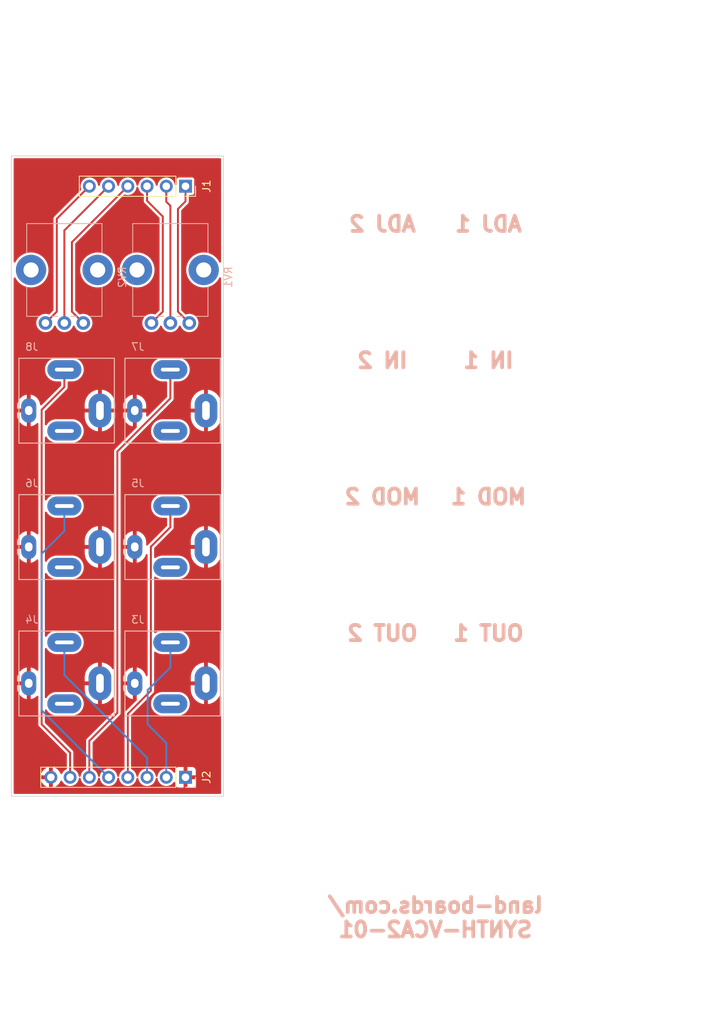
<source format=kicad_pcb>
(kicad_pcb (version 20211014) (generator pcbnew)
  (title_block (date "2022-10-17") (rev "1"))
  (layers (0 "F.Cu" signal) (31 "B.Cu" signal) (34 "B.Paste" user) (35 "F.Paste" user) (36 "B.SilkS" user "B.Silkscreen") (37 "F.SilkS" user "F.Silkscreen") (38 "B.Mask" user) (39 "F.Mask" user) (44 "Edge.Cuts" user))
  (net 0 "")
  (net 1 "/POT1_CW")
  (net 2 "/POT1_W")
  (net 3 "/POT1_CCW")
  (net 4 "/POT2_CW")
  (net 5 "/POT2_W")
  (net 6 "/POT2_CCW")
  (net 7 "GND")
  (net 8 "/OUT1")
  (net 9 "/OUT2")
  (net 10 "/MOD1")
  (net 11 "/MOD2")
  (net 12 "/IN1")
  (net 13 "/IN2")
  (footprint "" (layer "F.Cu") (at 99 139)
    (fp_text reference "" (at 0 0) (layer "F.SilkS") (effects (font (size 1.27 1.27))))
    (fp_text value "" (at 0 0) (layer "F.SilkS") (effects (font (size 1.27 1.27))))
    (pad "" np_thru_hole oval (at 0 0) (size 12 3.2) (drill oval 12 3.2) (layers F&B.Cu *.Mask))
    (pad "" np_thru_hole oval (at 0 0) (size 12 3.2) (drill oval 12 3.2) (layers F&B.Cu *.Mask))
    (pad "" np_thru_hole oval (at 0 0) (size 12 3.2) (drill oval 12 3.2) (layers F&B.Cu *.Mask))
  )
  (footprint "Connector_PinSocket_2.54mm:PinSocket_1x08_P2.54mm_Vertical" (layer "F.Cu") (at 59.000009 109.50001 -90)
    (fp_text reference "J2" (at 0 -2.77 90) (layer "F.SilkS"))
    (fp_text value "Conn_01x08")
    (fp_line (start 1.33 -1.33) (end 1.33 0) (layer "F.SilkS") (width 0.12))
    (fp_line (start -1.33 19.11) (end 1.33 19.11) (layer "F.SilkS") (width 0.12))
    (fp_line (start -1.33 1.27) (end -1.33 19.11) (layer "F.SilkS") (width 0.12))
    (fp_line (start 0 -1.33) (end 1.33 -1.33) (layer "F.SilkS") (width 0.12))
    (fp_line (start -1.33 1.27) (end 1.33 1.27) (layer "F.SilkS") (width 0.12))
    (fp_line (start 1.33 1.27) (end 1.33 19.11) (layer "F.SilkS") (width 0.12))
    (pad "1" thru_hole rect (at 0 0 270) (size 1.7 1.7) (drill 1) (layers *.Cu *.Mask) (net 7 "GND"))
    (pad "2" thru_hole oval (at 0 2.54 270) (size 1.7 1.7) (drill 1) (layers *.Cu *.Mask) (net 8 "/OUT1"))
    (pad "3" thru_hole oval (at 0 5.08 270) (size 1.7 1.7) (drill 1) (layers *.Cu *.Mask) (net 9 "/OUT2"))
    (pad "4" thru_hole oval (at 0 7.62 270) (size 1.7 1.7) (drill 1) (layers *.Cu *.Mask) (net 10 "/MOD1"))
    (pad "5" thru_hole oval (at 0 10.16 270) (size 1.7 1.7) (drill 1) (layers *.Cu *.Mask) (net 11 "/MOD2"))
    (pad "6" thru_hole oval (at 0 12.7 270) (size 1.7 1.7) (drill 1) (layers *.Cu *.Mask) (net 12 "/IN1"))
    (pad "7" thru_hole oval (at 0 15.24 270) (size 1.7 1.7) (drill 1) (layers *.Cu *.Mask) (net 13 "/IN2"))
    (pad "8" thru_hole oval (at 0 17.78 270) (size 1.7 1.7) (drill 1) (layers *.Cu *.Mask) (net 7 "GND"))
  )
  (footprint "" (layer "F.Cu") (at 99 16.5)
    (fp_text reference "" (at 0 0) (layer "F.SilkS") (effects (font (size 1.27 1.27))))
    (fp_text value "" (at 0 0) (layer "F.SilkS") (effects (font (size 1.27 1.27))))
    (pad "" np_thru_hole oval (at 0 0) (size 12 3.2) (drill oval 12 3.2) (layers F&B.Cu *.Mask))
    (pad "" np_thru_hole oval (at 0 0) (size 12 3.2) (drill oval 12 3.2) (layers F&B.Cu *.Mask))
    (pad "" np_thru_hole oval (at 0 0) (size 12 3.2) (drill oval 12 3.2) (layers F&B.Cu *.Mask))
  )
  (footprint "Connector_PinSocket_2.54mm:PinSocket_1x06_P2.54mm_Vertical" (layer "F.Cu") (at 59.000009 31.499988 -90)
    (fp_text reference "J1" (at 0 -2.77 90) (layer "F.SilkS"))
    (fp_text value "Conn_01x06")
    (fp_line (start 0 -1.33) (end 1.33 -1.33) (layer "F.SilkS") (width 0.12))
    (fp_line (start 1.33 -1.33) (end 1.33 0) (layer "F.SilkS") (width 0.12))
    (fp_line (start 1.33 1.27) (end 1.33 14.03) (layer "F.SilkS") (width 0.12))
    (fp_line (start -1.33 1.27) (end 1.33 1.27) (layer "F.SilkS") (width 0.12))
    (fp_line (start -1.33 14.03) (end 1.33 14.03) (layer "F.SilkS") (width 0.12))
    (fp_line (start -1.33 1.27) (end -1.33 14.03) (layer "F.SilkS") (width 0.12))
    (pad "1" thru_hole rect (at 0 0 270) (size 1.7 1.7) (drill 1) (layers *.Cu *.Mask) (net 1 "/POT1_CW"))
    (pad "2" thru_hole oval (at 0 2.54 270) (size 1.7 1.7) (drill 1) (layers *.Cu *.Mask) (net 2 "/POT1_W"))
    (pad "3" thru_hole oval (at 0 5.08 270) (size 1.7 1.7) (drill 1) (layers *.Cu *.Mask) (net 3 "/POT1_CCW"))
    (pad "4" thru_hole oval (at 0 7.62 270) (size 1.7 1.7) (drill 1) (layers *.Cu *.Mask) (net 4 "/POT2_CW"))
    (pad "5" thru_hole oval (at 0 10.16 270) (size 1.7 1.7) (drill 1) (layers *.Cu *.Mask) (net 5 "/POT2_W"))
    (pad "6" thru_hole oval (at 0 12.7 270) (size 1.7 1.7) (drill 1) (layers *.Cu *.Mask) (net 6 "/POT2_CCW"))
  )
  (footprint "LandBoards_Conns:Jack_3.5mm_PJ-301BM" (layer "B.Cu") (at 56.999994 96.500007 180)
    (fp_text reference "J3" (at 4.3 7.8) (layer "B.SilkS") (effects (justify mirror)))
    (fp_text value "AudioJack3")
    (fp_rect (start -6.6 6.3) (end 6 -4.9) (layer "B.SilkS") (width 0.15) (fill none))
    (pad "S" thru_hole oval (at 4.7 -0.6 90) (size 3.2 2) (drill oval 1.2 1) (layers *.Cu *.Mask) (net 7 "GND"))
    (pad "S" thru_hole oval (at -4.7 -0.6 90) (size 4.5 3) (drill oval 2.5 1) (layers *.Cu *.Mask) (net 7 "GND"))
    (pad "T" thru_hole oval (at 0 4.8) (size 4.5 2.5) (drill oval 2.5 0.5) (layers *.Cu *.Mask) (net 8 "/OUT1"))
    (pad "TN" thru_hole oval (at 0 -3.3) (size 4.5 2.5) (drill oval 2.5 0.5) (layers *.Cu *.Mask))
  )
  (footprint "LandBoards_Conns:Jack_3.5mm_PJ-301BM" (layer "B.Cu") (at 42.999997 60.500003 180)
    (fp_text reference "J8" (at 4.3 7.8) (layer "B.SilkS") (effects (justify mirror)))
    (fp_text value "AudioJack3")
    (fp_rect (start -6.6 6.3) (end 6 -4.9) (layer "B.SilkS") (width 0.15) (fill none))
    (pad "S" thru_hole oval (at -4.7 -0.6 90) (size 4.5 3) (drill oval 2.5 1) (layers *.Cu *.Mask) (net 7 "GND"))
    (pad "S" thru_hole oval (at 4.7 -0.6 90) (size 3.2 2) (drill oval 1.2 1) (layers *.Cu *.Mask) (net 7 "GND"))
    (pad "T" thru_hole oval (at 0 4.8) (size 4.5 2.5) (drill oval 2.5 0.5) (layers *.Cu *.Mask) (net 13 "/IN2"))
    (pad "TN" thru_hole oval (at 0 -3.3) (size 4.5 2.5) (drill oval 2.5 0.5) (layers *.Cu *.Mask))
  )
  (footprint "LandBoards_Conns:Jack_3.5mm_PJ-301BM" (layer "B.Cu") (at 56.999994 60.500003 180)
    (fp_text reference "J7" (at 4.3 7.8) (layer "B.SilkS") (effects (justify mirror)))
    (fp_text value "AudioJack3")
    (fp_rect (start -6.6 6.3) (end 6 -4.9) (layer "B.SilkS") (width 0.15) (fill none))
    (pad "S" thru_hole oval (at 4.7 -0.6 90) (size 3.2 2) (drill oval 1.2 1) (layers *.Cu *.Mask) (net 7 "GND"))
    (pad "S" thru_hole oval (at -4.7 -0.6 90) (size 4.5 3) (drill oval 2.5 1) (layers *.Cu *.Mask) (net 7 "GND"))
    (pad "T" thru_hole oval (at 0 4.8) (size 4.5 2.5) (drill oval 2.5 0.5) (layers *.Cu *.Mask) (net 12 "/IN1"))
    (pad "TN" thru_hole oval (at 0 -3.3) (size 4.5 2.5) (drill oval 2.5 0.5) (layers *.Cu *.Mask))
  )
  (footprint "LandBoards_Conns:Jack_3.5mm_PJ-301BM" (layer "B.Cu") (at 42.999997 78.499992 180)
    (fp_text reference "J6" (at 4.3 7.8) (layer "B.SilkS") (effects (justify mirror)))
    (fp_text value "AudioJack3")
    (fp_rect (start -6.6 6.3) (end 6 -4.9) (layer "B.SilkS") (width 0.15) (fill none))
    (pad "S" thru_hole oval (at -4.7 -0.6 90) (size 4.5 3) (drill oval 2.5 1) (layers *.Cu *.Mask) (net 7 "GND"))
    (pad "S" thru_hole oval (at 4.7 -0.6 90) (size 3.2 2) (drill oval 1.2 1) (layers *.Cu *.Mask) (net 7 "GND"))
    (pad "T" thru_hole oval (at 0 4.8) (size 4.5 2.5) (drill oval 2.5 0.5) (layers *.Cu *.Mask) (net 11 "/MOD2"))
    (pad "TN" thru_hole oval (at 0 -3.3) (size 4.5 2.5) (drill oval 2.5 0.5) (layers *.Cu *.Mask))
  )
  (footprint "LandBoards_Conns:Jack_3.5mm_PJ-301BM" (layer "B.Cu") (at 56.999994 78.499992 180)
    (fp_text reference "J5" (at 4.3 7.8) (layer "B.SilkS") (effects (justify mirror)))
    (fp_text value "AudioJack3")
    (fp_rect (start -6.6 6.3) (end 6 -4.9) (layer "B.SilkS") (width 0.15) (fill none))
    (pad "S" thru_hole oval (at -4.7 -0.6 90) (size 4.5 3) (drill oval 2.5 1) (layers *.Cu *.Mask) (net 7 "GND"))
    (pad "S" thru_hole oval (at 4.7 -0.6 90) (size 3.2 2) (drill oval 1.2 1) (layers *.Cu *.Mask) (net 7 "GND"))
    (pad "T" thru_hole oval (at 0 4.8) (size 4.5 2.5) (drill oval 2.5 0.5) (layers *.Cu *.Mask) (net 10 "/MOD1"))
    (pad "TN" thru_hole oval (at 0 -3.3) (size 4.5 2.5) (drill oval 2.5 0.5) (layers *.Cu *.Mask))
  )
  (footprint "LandBoards_Conns:Jack_3.5mm_PJ-301BM" (layer "B.Cu") (at 42.999997 96.500007 180)
    (fp_text reference "J4" (at 4.3 7.8) (layer "B.SilkS") (effects (justify mirror)))
    (fp_text value "AudioJack3")
    (fp_rect (start -6.6 6.3) (end 6 -4.9) (layer "B.SilkS") (width 0.15) (fill none))
    (pad "S" thru_hole oval (at -4.7 -0.6 90) (size 4.5 3) (drill oval 2.5 1) (layers *.Cu *.Mask) (net 7 "GND"))
    (pad "S" thru_hole oval (at 4.7 -0.6 90) (size 3.2 2) (drill oval 1.2 1) (layers *.Cu *.Mask) (net 7 "GND"))
    (pad "T" thru_hole oval (at 0 4.8) (size 4.5 2.5) (drill oval 2.5 0.5) (layers *.Cu *.Mask) (net 9 "/OUT2"))
    (pad "TN" thru_hole oval (at 0 -3.3) (size 4.5 2.5) (drill oval 2.5 0.5) (layers *.Cu *.Mask))
  )
  (footprint "Potentiometer_THT:Potentiometer_Bourns_PTV09A-1_Single_Vertical" (layer "B.Cu") (at 40.499999 49.550012 90)
    (fp_text reference "RV2" (at 6.05 10.15 90) (layer "B.SilkS") (effects (justify mirror)))
    (fp_text value "POT")
    (fp_line (start 0.88 -0.87) (end 0.88 -2.47) (layer "B.SilkS") (width 0.12))
    (fp_line (start 13.12 7.47) (end 13.12 -2.47) (layer "B.SilkS") (width 0.12))
    (fp_line (start 0.88 7.47) (end 4.745 7.47) (layer "B.SilkS") (width 0.12))
    (fp_line (start 0.88 4.129) (end 0.88 3.37) (layer "B.SilkS") (width 0.12))
    (fp_line (start 0.88 1.629) (end 0.88 0.87) (layer "B.SilkS") (width 0.12))
    (fp_line (start 0.88 7.47) (end 0.88 5.871) (layer "B.SilkS") (width 0.12))
    (fp_line (start 9.255 -2.47) (end 13.12 -2.47) (layer "B.SilkS") (width 0.12))
    (fp_line (start 9.255 7.47) (end 13.12 7.47) (layer "B.SilkS") (width 0.12))
    (fp_line (start 0.88 -2.47) (end 4.745 -2.47) (layer "B.SilkS") (width 0.12))
    (pad "" np_thru_hole circle (at 7 6.9 90) (size 4 4) (drill 2) (layers *.Cu *.Mask))
    (pad "" np_thru_hole circle (at 7 -1.9 90) (size 4 4) (drill 2) (layers *.Cu *.Mask))
    (pad "1" thru_hole circle (at 0 0 90) (size 1.8 1.8) (drill 1) (layers *.Cu *.Mask) (net 6 "/POT2_CCW"))
    (pad "2" thru_hole circle (at 0 2.5 90) (size 1.8 1.8) (drill 1) (layers *.Cu *.Mask) (net 5 "/POT2_W"))
    (pad "3" thru_hole circle (at 0 5 90) (size 1.8 1.8) (drill 1) (layers *.Cu *.Mask) (net 4 "/POT2_CW"))
  )
  (footprint "Potentiometer_THT:Potentiometer_Bourns_PTV09A-1_Single_Vertical" (layer "B.Cu") (at 54.499999 49.550012 90)
    (fp_text reference "RV1" (at 6.05 10.15 90) (layer "B.SilkS") (effects (justify mirror)))
    (fp_text value "POT")
    (fp_line (start 0.88 7.47) (end 4.745 7.47) (layer "B.SilkS") (width 0.12))
    (fp_line (start 0.88 -2.47) (end 4.745 -2.47) (layer "B.SilkS") (width 0.12))
    (fp_line (start 0.88 7.47) (end 0.88 5.871) (layer "B.SilkS") (width 0.12))
    (fp_line (start 0.88 1.629) (end 0.88 0.87) (layer "B.SilkS") (width 0.12))
    (fp_line (start 9.255 -2.47) (end 13.12 -2.47) (layer "B.SilkS") (width 0.12))
    (fp_line (start 13.12 7.47) (end 13.12 -2.47) (layer "B.SilkS") (width 0.12))
    (fp_line (start 0.88 4.129) (end 0.88 3.37) (layer "B.SilkS") (width 0.12))
    (fp_line (start 9.255 7.47) (end 13.12 7.47) (layer "B.SilkS") (width 0.12))
    (fp_line (start 0.88 -0.87) (end 0.88 -2.47) (layer "B.SilkS") (width 0.12))
    (pad "" np_thru_hole circle (at 7 6.9 90) (size 4 4) (drill 2) (layers *.Cu *.Mask))
    (pad "" np_thru_hole circle (at 7 -1.9 90) (size 4 4) (drill 2) (layers *.Cu *.Mask))
    (pad "1" thru_hole circle (at 0 0 90) (size 1.8 1.8) (drill 1) (layers *.Cu *.Mask) (net 3 "/POT1_CCW"))
    (pad "2" thru_hole circle (at 0 2.5 90) (size 1.8 1.8) (drill 1) (layers *.Cu *.Mask) (net 2 "/POT1_W"))
    (pad "3" thru_hole circle (at 0 5 90) (size 1.8 1.8) (drill 1) (layers *.Cu *.Mask) (net 1 "/POT1_CW"))
  )
  (gr_rect (start 36 27.5) (end 64 112) (layer "Edge.Cuts") (width 0.1) (fill none))
  (gr_text "ADJ 2" (at 85 36.5) (layer "B.SilkS") (effects (font (size 2 2) (thickness 0.5)) (justify mirror)))
  (gr_text "OUT 2" (at 85 90.5) (layer "B.SilkS") (effects (font (size 2 2) (thickness 0.5)) (justify mirror)))
  (gr_text "land-boards.com/\nSYNTH-VCA2-01" (at 92 128) (layer "B.SilkS") (effects (font (size 2 2) (thickness 0.5)) (justify mirror)))
  (gr_text "OUT 1" (at 99 90.5) (layer "B.SilkS") (effects (font (size 2 2) (thickness 0.5)) (justify mirror)))
  (gr_text "MOD 1" (at 99 72.5) (layer "B.SilkS") (effects (font (size 2 2) (thickness 0.5)) (justify mirror)))
  (gr_text "IN 2" (at 85 54.5) (layer "B.SilkS") (effects (font (size 2 2) (thickness 0.5)) (justify mirror)))
  (gr_text "ADJ 1" (at 99 36.5) (layer "B.SilkS") (effects (font (size 2 2) (thickness 0.5)) (justify mirror)))
  (gr_text "MOD 2" (at 85 72.5) (layer "B.SilkS") (effects (font (size 2 2) (thickness 0.5)) (justify mirror)))
  (gr_text "IN 1" (at 99 54.5) (layer "B.SilkS") (effects (font (size 2 2) (thickness 0.5)) (justify mirror)))
  (segment (start 58 48.05) (end 58 34.5) (width 0.25) (layer "F.Cu") (net 1))
  (segment (start 59 33.5) (end 59 31.5) (width 0.25) (layer "F.Cu") (net 1))
  (segment (start 59.5 49.55) (end 58 48.05) (width 0.25) (layer "F.Cu") (net 1))
  (segment (start 58 34.5) (end 59 33.5) (width 0.25) (layer "F.Cu") (net 1))
  (segment (start 57 49.55) (end 57 34.08) (width 0.25) (layer "F.Cu") (net 2))
  (segment (start 56.46 33.54) (end 56.46 31.5) (width 0.25) (layer "F.Cu") (net 2))
  (segment (start 57 34.08) (end 56.46 33.54) (width 0.25) (layer "F.Cu") (net 2))
  (segment (start 56 35.5) (end 53.92 33.42) (width 0.25) (layer "F.Cu") (net 3))
  (segment (start 54.5 49.55) (end 56 48.05) (width 0.25) (layer "F.Cu") (net 3))
  (segment (start 53.92 33.42) (end 53.92 31.5) (width 0.25) (layer "F.Cu") (net 3))
  (segment (start 56 48.05) (end 56 35.5) (width 0.25) (layer "F.Cu") (net 3))
  (segment (start 44 48.05) (end 44 38.88) (width 0.25) (layer "F.Cu") (net 4))
  (segment (start 44 38.88) (end 51.38 31.5) (width 0.25) (layer "F.Cu") (net 4))
  (segment (start 45.5 49.55) (end 44 48.05) (width 0.25) (layer "F.Cu") (net 4))
  (segment (start 43 37.34) (end 48.84 31.5) (width 0.25) (layer "F.Cu") (net 5))
  (segment (start 43 49.55) (end 43 37.34) (width 0.25) (layer "F.Cu") (net 5))
  (segment (start 42 35.8) (end 46.3 31.5) (width 0.25) (layer "F.Cu") (net 6))
  (segment (start 40.5 49.55) (end 42 48.05) (width 0.25) (layer "F.Cu") (net 6))
  (segment (start 42 48.05) (end 42 35.8) (width 0.25) (layer "F.Cu") (net 6))
  (segment (start 57 95) (end 57 91.7) (width 0.25) (layer "B.Cu") (net 8))
  (segment (start 54 102.5) (end 54 98) (width 0.25) (layer "B.Cu") (net 8))
  (segment (start 54 98) (end 57 95) (width 0.25) (layer "B.Cu") (net 8))
  (segment (start 56.46 104.96) (end 54 102.5) (width 0.25) (layer "B.Cu") (net 8))
  (segment (start 56.46 109.5) (end 56.46 104.96) (width 0.25) (layer "B.Cu") (net 8))
  (segment (start 43 96) (end 43 91.7) (width 0.25) (layer "B.Cu") (net 9))
  (segment (start 53.92 106.92) (end 43 96) (width 0.25) (layer "B.Cu") (net 9))
  (segment (start 53.92 109.5) (end 53.92 106.92) (width 0.25) (layer "B.Cu") (net 9))
  (segment (start 54.42548 79.07452) (end 57 76.5) (width 0.25) (layer "F.Cu") (net 10))
  (segment (start 54.42548 98.07452) (end 54.42548 79.07452) (width 0.25) (layer "F.Cu") (net 10))
  (segment (start 51.38 101.12) (end 54.42548 98.07452) (width 0.25) (layer "F.Cu") (net 10))
  (segment (start 57 76.5) (end 57 73.7) (width 0.25) (layer "F.Cu") (net 10))
  (segment (start 51.38 109.5) (end 51.38 101.12) (width 0.25) (layer "F.Cu") (net 10))
  (segment (start 40 80) (end 43 77) (width 0.25) (layer "B.Cu") (net 11))
  (segment (start 48.84 109.5) (end 40 100.66) (width 0.25) (layer "B.Cu") (net 11))
  (segment (start 40 100.66) (end 40 80) (width 0.25) (layer "B.Cu") (net 11))
  (segment (start 43 77) (end 43 73.7) (width 0.25) (layer "B.Cu") (net 11))
  (segment (start 57 59.5) (end 57 55.7) (width 0.25) (layer "F.Cu") (net 12))
  (segment (start 50 66.5) (end 57 59.5) (width 0.25) (layer "F.Cu") (net 12))
  (segment (start 46.3 109.5) (end 46.3 104.7) (width 0.25) (layer "F.Cu") (net 12))
  (segment (start 46.3 104.7) (end 50 101) (width 0.25) (layer "F.Cu") (net 12))
  (segment (start 50 101) (end 50 66.5) (width 0.25) (layer "F.Cu") (net 12))
  (segment (start 43.76 106.26) (end 43.76 109.5) (width 0.25) (layer "F.Cu") (net 13))
  (segment (start 40 102.5) (end 43.76 106.26) (width 0.25) (layer "F.Cu") (net 13))
  (segment (start 40 61) (end 40 102.5) (width 0.25) (layer "F.Cu") (net 13))
  (segment (start 43 58) (end 40 61) (width 0.25) (layer "F.Cu") (net 13))
  (segment (start 43 55.7) (end 43 58) (width 0.25) (layer "F.Cu") (net 13))
  (zone (net 7) (net_name "GND") (layer "F.Cu") (connect_pads (clearance 0.3048)) (min_thickness 0.254) (fill yes (thermal_gap 0.508) (thermal_bridge_width 0.508))
    (polygon (pts (xy 64 112) (xy 36 112) (xy 36 27.5) (xy 64 27.5)))
  )
)
</source>
